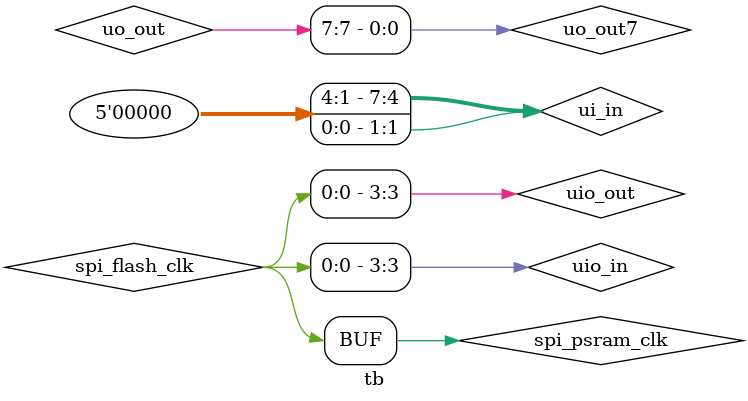
<source format=v>

`default_nettype none `timescale 1ns / 1ps

/*
this testbench just instantiates the module and makes some convenient wires
that can be driven / tested by the cocotb test.py
*/

// testbench is controlled by test.py
module tb ();

  // wire up the inputs and outputs
  reg clk;
  reg rst_n;
  reg ena;
  wire [7:0] uio_in;

  wire [7:0] uo_out;
  wire [7:0] uio_out;
  wire [7:0] uio_oe;
`ifdef GL_TEST
  wire VPWR = 1'b1;
  wire VGND = 1'b0;
`endif

  reg spi_sio1_so_miso0;
  reg uart_rx;
  wire uart_tx = uo_out[4];
  reg test_sel;

  wire spi_cen0 = uo_out[0];
  wire spi_sclk0 = uo_out[1];
  wire spi_sio0_si_mosi0 = uo_out[2];
  wire uo_out0 = uo_out[0];
  wire uo_out7 = uo_out[7];

  wire [7:0] ui_in = {4'b0, uart_rx, spi_sio1_so_miso0, 1'b0, test_sel};

  tt_um_kianV_rv32ima_uLinux_SoC tt_um_kianV_rv32ima_uLinux_SoC_I (
      // include power ports for the Gate Level test
`ifdef GL_TEST
      .VPWR(VPWR),
      .VGND(VGND),
`endif
      .ui_in  (ui_in),    // Dedicated inputs
      .uo_out (uo_out),   // Dedicated outputs
      .uio_in (uio_in),   // IOs: Input path
      .uio_out(uio_out),  // IOs: Output path
      .uio_oe (uio_oe),   // IOs: Enable path (active high: 0=input, 1=output)
      .ena    (ena),      // enable - goes high when design is selected
      .clk    (clk),      // clock
      .rst_n  (rst_n)     // not reset
  );

  wire spi_flash_clk;
  wire spi_psram_clk;
  assign spi_flash_clk = uio_out[3];
  assign spi_psram_clk = uio_out[3];

  wire spi_ce0 = uio_out[0];
  wire spi_ce1 = uio_out[6];
  wire spi_ce2 = uio_out[7];

  wire spi_io3 = uio_oe[5] ? uio_out[5] : 'z;
  wire spi_io2 = uio_oe[4] ? uio_out[4] : 'z;
  wire spi_io1 = uio_oe[2] ? uio_out[2] : 'z;
  wire spi_io0 = uio_oe[1] ? uio_out[1] : 'z;
  assign uio_in = {uio_out[7:6], spi_io3, spi_io2, uio_out[3], spi_io1, spi_io0, uio_out[0]};

  spiflash #(
      // change the hex file to match your project
      .FILENAME("firmware/firmware.hex")
  ) spiflash (
      .csb(spi_ce0),
      .clk(spi_flash_clk),
      .io0(spi_io0),
      .io1(spi_io1),
      .io2(spi_io2),
      .io3(spi_io3)
  );

  psram psram_I (
      .ce_n(spi_ce1),
      .sck (spi_psram_clk),
      .dio ({spi_io3, spi_io2, spi_io1, spi_io0})
  );

  psram psram_I2 (
      .ce_n(spi_ce2),
      .sck (spi_psram_clk),
      .dio ({spi_io3, spi_io2, spi_io1, spi_io0})
  );

  // this part dumps the trace to a vcd file that can be viewed with GTKWave
  initial begin
    $dumpfile("tb.vcd");
    $dumpvars(0, tb);
  end


endmodule

</source>
